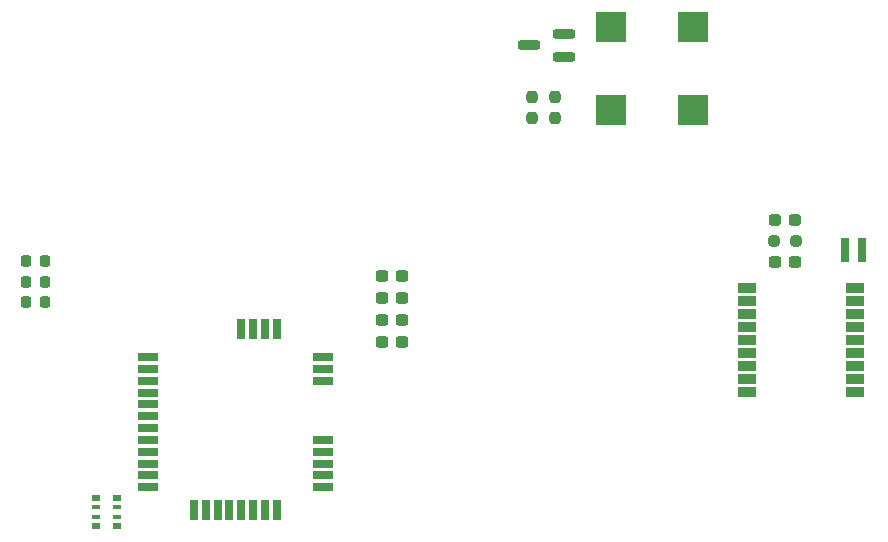
<source format=gbr>
%TF.GenerationSoftware,KiCad,Pcbnew,9.0.7*%
%TF.CreationDate,2026-01-13T15:48:47+01:00*%
%TF.ProjectId,TABv1,54414276-312e-46b6-9963-61645f706362,rev?*%
%TF.SameCoordinates,Original*%
%TF.FileFunction,Paste,Bot*%
%TF.FilePolarity,Positive*%
%FSLAX46Y46*%
G04 Gerber Fmt 4.6, Leading zero omitted, Abs format (unit mm)*
G04 Created by KiCad (PCBNEW 9.0.7) date 2026-01-13 15:48:47*
%MOMM*%
%LPD*%
G01*
G04 APERTURE LIST*
G04 Aperture macros list*
%AMRoundRect*
0 Rectangle with rounded corners*
0 $1 Rounding radius*
0 $2 $3 $4 $5 $6 $7 $8 $9 X,Y pos of 4 corners*
0 Add a 4 corners polygon primitive as box body*
4,1,4,$2,$3,$4,$5,$6,$7,$8,$9,$2,$3,0*
0 Add four circle primitives for the rounded corners*
1,1,$1+$1,$2,$3*
1,1,$1+$1,$4,$5*
1,1,$1+$1,$6,$7*
1,1,$1+$1,$8,$9*
0 Add four rect primitives between the rounded corners*
20,1,$1+$1,$2,$3,$4,$5,0*
20,1,$1+$1,$4,$5,$6,$7,0*
20,1,$1+$1,$6,$7,$8,$9,0*
20,1,$1+$1,$8,$9,$2,$3,0*%
G04 Aperture macros list end*
%ADD10RoundRect,0.237500X0.237500X-0.250000X0.237500X0.250000X-0.237500X0.250000X-0.237500X-0.250000X0*%
%ADD11RoundRect,0.200000X0.750000X0.200000X-0.750000X0.200000X-0.750000X-0.200000X0.750000X-0.200000X0*%
%ADD12R,0.800000X0.500000*%
%ADD13R,0.800000X0.400000*%
%ADD14RoundRect,0.237500X-0.237500X0.250000X-0.237500X-0.250000X0.237500X-0.250000X0.237500X0.250000X0*%
%ADD15R,1.803400X0.711200*%
%ADD16R,0.711200X1.803400*%
%ADD17RoundRect,0.237500X-0.300000X-0.237500X0.300000X-0.237500X0.300000X0.237500X-0.300000X0.237500X0*%
%ADD18R,1.600000X0.900000*%
%ADD19RoundRect,0.218750X-0.218750X-0.256250X0.218750X-0.256250X0.218750X0.256250X-0.218750X0.256250X0*%
%ADD20RoundRect,0.237500X0.287500X0.237500X-0.287500X0.237500X-0.287500X-0.237500X0.287500X-0.237500X0*%
%ADD21R,0.800000X2.000000*%
%ADD22R,2.500000X2.500000*%
%ADD23RoundRect,0.237500X0.250000X0.237500X-0.250000X0.237500X-0.250000X-0.237500X0.250000X-0.237500X0*%
G04 APERTURE END LIST*
D10*
%TO.C,R10*%
X117500000Y-42912500D03*
X117500000Y-41087500D03*
%TD*%
D11*
%TO.C,Q2*%
X120262500Y-35800000D03*
X120262500Y-37700000D03*
X117262500Y-36750000D03*
%TD*%
D12*
%TO.C,RN1*%
X82400000Y-75050000D03*
D13*
X82400000Y-75850000D03*
X82400000Y-76650000D03*
D12*
X82400000Y-77450000D03*
X80600000Y-77450000D03*
D13*
X80600000Y-76650000D03*
X80600000Y-75850000D03*
D12*
X80600000Y-75050000D03*
%TD*%
D14*
%TO.C,R11*%
X119500000Y-41087500D03*
X119500000Y-42912500D03*
%TD*%
D15*
%TO.C,U10*%
X85000000Y-74149999D03*
X85000000Y-73150001D03*
X85000000Y-72150001D03*
X85000000Y-71150000D03*
X85000000Y-70150000D03*
X85000000Y-69149999D03*
X85000000Y-68150001D03*
X85000000Y-67150000D03*
X85000000Y-66150000D03*
X85000000Y-65149999D03*
X85000000Y-64149999D03*
X85000000Y-63150001D03*
D16*
X92899999Y-60750000D03*
X93900000Y-60750000D03*
X94900000Y-60750000D03*
X95900001Y-60750000D03*
D15*
X99800000Y-63150001D03*
X99800000Y-64149999D03*
X99800000Y-65149999D03*
X99800000Y-70150000D03*
X99800000Y-71150000D03*
X99800000Y-72150001D03*
X99800000Y-73149999D03*
X99800000Y-74149999D03*
D16*
X95900001Y-76050000D03*
X94900000Y-76050000D03*
X93900000Y-76050000D03*
X92899999Y-76050000D03*
X91900001Y-76050000D03*
X90900000Y-76050000D03*
X89900000Y-76050000D03*
X88899999Y-76050000D03*
%TD*%
D17*
%TO.C,C13*%
X104812500Y-58125000D03*
X106537500Y-58125000D03*
%TD*%
D18*
%TO.C,U9*%
X144900000Y-57300000D03*
X144900000Y-58400000D03*
X144900000Y-59500000D03*
X144900000Y-60600000D03*
X144900000Y-61700000D03*
X144900000Y-62800000D03*
X144900000Y-63900000D03*
X144900000Y-65000000D03*
X144900000Y-66100000D03*
X135700000Y-66100000D03*
X135700000Y-65000000D03*
X135700000Y-63900000D03*
X135700000Y-62800000D03*
X135700000Y-61700000D03*
X135700000Y-60600000D03*
X135700000Y-59500000D03*
X135700000Y-58400000D03*
X135700000Y-57300000D03*
%TD*%
D19*
%TO.C,D9*%
X74712500Y-55000000D03*
X76287500Y-55000000D03*
%TD*%
D20*
%TO.C,D8*%
X139825000Y-51500000D03*
X138075000Y-51500000D03*
%TD*%
D19*
%TO.C,D10*%
X74712500Y-56750000D03*
X76287500Y-56750000D03*
%TD*%
%TO.C,D11*%
X74712500Y-58500000D03*
X76287500Y-58500000D03*
%TD*%
D21*
%TO.C,BT1*%
X144000000Y-54100000D03*
X145500000Y-54100000D03*
%TD*%
D17*
%TO.C,C6*%
X104812500Y-56250000D03*
X106537500Y-56250000D03*
%TD*%
%TO.C,C7*%
X104812500Y-60000000D03*
X106537500Y-60000000D03*
%TD*%
%TO.C,C8*%
X104812500Y-61875000D03*
X106537500Y-61875000D03*
%TD*%
D22*
%TO.C,LS1*%
X131200000Y-42200000D03*
X131200000Y-35200000D03*
X124200000Y-35200000D03*
X124200000Y-42200000D03*
%TD*%
D23*
%TO.C,R39*%
X139862500Y-53300000D03*
X138037500Y-53300000D03*
%TD*%
D17*
%TO.C,C37*%
X138087500Y-55100000D03*
X139812500Y-55100000D03*
%TD*%
M02*

</source>
